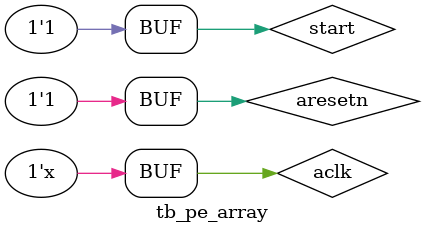
<source format=v>
`timescale 1ns / 1ps

module tb_pe_array();
    reg aclk;
    reg aresetn;
    reg start;
    reg [31:0] rddata;
    wire [31:0] wrdata;
    wire [31:0] rdaddr;
    wire done;
    wire [3:0] we;
    wire bram_clk;

    reg [31:0] mem [0:8191]; // 128 of 32 bit data
    
    integer i;
    
    initial begin
        aclk <= 1;
        aresetn <= 0;
        start <= 0;
                
        // weight matrix
        mem[0*4] <= 'h3f000000;
        mem[1*4] <= 'h3f800000;
        mem[2*4] <= 'h3fc00000;
        mem[3*4] <= 'h40000000;
        mem[4*4] <= 'h40200000;
        mem[5*4] <= 'h40400000;
        mem[6*4] <= 'h40600000;
        mem[7*4] <= 'h40800000;
        
        mem[8*4] <= 'h40900000;
        mem[9*4] <= 'h40a00000;
        mem[10*4] <= 'h40b00000;
        mem[11*4] <= 'h40c00000;
        mem[12*4] <= 'h40d00000;
        mem[13*4] <= 'h40e00000;
        mem[14*4] <= 'h40f00000;
        mem[15*4] <= 'h41000000;
        
        mem[16*4] <= 'h41080000;
        mem[17*4] <= 'h41100000;
        mem[18*4] <= 'h41180000;
        mem[19*4] <= 'h41200000;
        mem[20*4] <= 'h41280000;
        mem[21*4] <= 'h41300000;
        mem[22*4] <= 'h41380000;
        mem[23*4] <= 'h41400000;
        
        mem[24*4] <= 'h41480000;
        mem[25*4] <= 'h41500000;
        mem[26*4] <= 'h41580000;
        mem[27*4] <= 'h41600000;
        mem[28*4] <= 'h41680000;
        mem[29*4] <= 'h41700000;
        mem[30*4] <= 'h41780000;
        mem[31*4] <= 'h41800000;
        
        mem[32*4] <= 'h41840000;
        mem[33*4] <= 'h41880000;
        mem[34*4] <= 'h418c0000;
        mem[35*4] <= 'h41900000;
        mem[36*4] <= 'h41940000;
        mem[37*4] <= 'h41980000;
        mem[38*4] <= 'h419c0000;
        mem[39*4] <= 'h41a00000;
        
        mem[40*4] <= 'h41a40000;
        mem[41*4] <= 'h41a80000;
        mem[42*4] <= 'h41ac0000;
        mem[43*4] <= 'h41b00000;
        mem[44*4] <= 'h41b40000;
        mem[45*4] <= 'h41b80000;
        mem[46*4] <= 'h41bc0000;
        mem[47*4] <= 'h41c00000;

        mem[48*4] <= 'h41c40000;
        mem[49*4] <= 'h41c80000;
        mem[50*4] <= 'h41cc0000;
        mem[51*4] <= 'h41d00000;
        mem[52*4] <= 'h41d40000;
        mem[53*4] <= 'h41d80000;
        mem[54*4] <= 'h41dc0000;
        mem[55*4] <= 'h41e00000;
        
        mem[56*4] <= 'h41e40000;
        mem[57*4] <= 'h41e80000;
        mem[58*4] <= 'h41ec0000;
        mem[59*4] <= 'h41f00000;
        mem[60*4] <= 'h41f40000;
        mem[61*4] <= 'h41f80000;
        mem[62*4] <= 'h41fc0000;
        mem[63*4] <= 'h42000000;
        
        // input matrix
        mem[64*4] <= 'hc2000000;
        mem[65*4] <= 'hc1f00000;
        mem[66*4] <= 'hc1e00000;
        mem[67*4] <= 'hc1d00000;
        mem[68*4] <= 'hc1c00000;
        mem[69*4] <= 'hc1b00000;
        mem[70*4] <= 'hc1a00000;
        mem[71*4] <= 'hc1900000;
        
        mem[72*4] <= 'hc1800000;
        mem[73*4] <= 'hc1700000;
        mem[74*4] <= 'hc1600000;
        mem[75*4] <= 'hc1500000;
        mem[76*4] <= 'hc1400000;
        mem[77*4] <= 'hc1300000;
        mem[78*4] <= 'hc1200000;
        mem[79*4] <= 'hc1100000;
        
        mem[80*4] <= 'hc1000000;
        mem[81*4] <= 'hc0e00000;
        mem[82*4] <= 'hc0c00000;
        mem[83*4] <= 'hc0a00000;
        mem[84*4] <= 'hc0800000;
        mem[85*4] <= 'hc0400000;
        mem[86*4] <= 'hc0000000;
        mem[87*4] <= 'hbf800000;

        mem[88*4] <= 'hbf000000;
        mem[89*4] <= 'hbe800000;
        mem[90*4] <= 'hbe000000;
        mem[91*4] <= 'hbd800000;
        mem[92*4] <= 'hbd000000;
        mem[93*4] <= 'hbc800000;
        mem[94*4] <= 'hbc000000;
        mem[95*4] <= 'hbb800000;

        mem[96*4] <= 'h00000000;
        mem[97*4] <= 'h3b800000;
        mem[98*4] <= 'h3c000000;
        mem[99*4] <= 'h3c800000;
        mem[100*4] <= 'h3d000000;
        mem[101*4] <= 'h3d800000;
        mem[102*4] <= 'h3e000000;
        mem[103*4] <= 'h3e800000;      
        
        mem[104*4] <= 'h3f000000;
        mem[105*4] <= 'h3f800000;
        mem[106*4] <= 'h40000000;
        mem[107*4] <= 'h40800000;
        mem[108*4] <= 'h41000000;
        mem[109*4] <= 'h41800000;
        mem[110*4] <= 'h42000000;
        mem[111*4] <= 'h42800000;
        
        mem[112*4] <= 'h43000000;
        mem[113*4] <= 'h43800000;
        mem[114*4] <= 'h44000000;
        mem[115*4] <= 'h44800000;
        mem[116*4] <= 'h45000000;
        mem[117*4] <= 'h45800000;
        mem[118*4] <= 'h46000000;
        mem[119*4] <= 'h46800000;
        
        mem[120*4] <= 'h47000000;
        mem[121*4] <= 'h47800000;
        mem[122*4] <= 'h48000000;
        mem[123*4] <= 'h48800000;
        mem[124*4] <= 'h49000000;
        mem[125*4] <= 'h49800000;
        mem[126*4] <= 'h4a000000;
        mem[127*4] <= 'h4a800000;
        
        #10;
        aresetn <= 1;
        start <= 1; 
    end
    
    always @(posedge aclk)
        rddata <= mem[rdaddr];
    
//    pe_array_v1 MY_PE_ARRAY (     // baseline
    pe_array_v2 MY_PE_ARRAY (       // optimized
        .S_AXI_ACLK(aclk),
        .S_AXI_ARESETN(aresetn),
        .start(start),
        .BRAM_RDDATA(rddata),
        .BRAM_WRDATA(wrdata),
        .BRAM_ADDR(rdaddr),
        .done(done),
        .BRAM_WE(we),
        .BRAM_CLK(bram_clk)
    );
    
    always #5 aclk = ~aclk;
endmodule

</source>
